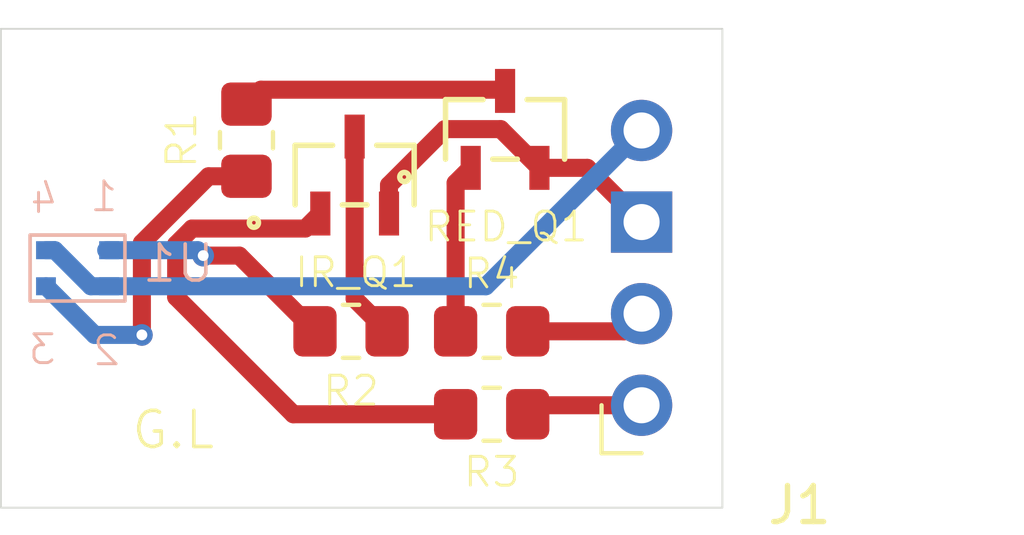
<source format=kicad_pcb>
(kicad_pcb (version 20240108) (generator "pcbnew") (generator_version "8.0")
  (layers (0 "F.Cu" signal) (31 "B.Cu" signal) (34 "B.Paste" user) (35 "F.Paste" user) (36 "B.SilkS" user "B.Silkscreen") (37 "F.SilkS" user "F.Silkscreen") (38 "B.Mask" user) (39 "F.Mask" user) (44 "Edge.Cuts" user))
  (net 0 "")
  (net 1 "Net-(J1-Pin_2)")
  (net 2 "GND")
  (net 3 "Net-(R2-Pad2)")
  (net 4 "Net-(J1-Pin_4)")
  (net 5 "Net-(J1-Pin_1)")
  (net 6 "Net-(U1-RED_cat)")
  (net 7 "Net-(IR_Q1-B)")
  (net 8 "Net-(IR_Q1-C)")
  (net 9 "Net-(RED_Q1-C)")
  (net 10 "Net-(RED_Q1-B)")
  (footprint "Resistor_SMD:R_0805_2012Metric_Pad1.20x1.40mm_HandSolder" (layer "F.Cu") (at 53.8 27.2)
    (property "Reference" "R4" (at 0 -1.6 0) (layer "F.SilkS") (effects (font (size 0.8 0.8) (thickness 0.08))))
    (property "Value" "1K")
    (fp_line (start -0.227064 -0.735) (end 0.227064 -0.735) (stroke (width 0.12)) (layer "F.SilkS"))
    (fp_line (start -0.227064 0.735) (end 0.227064 0.735) (stroke (width 0.12)) (layer "F.SilkS"))
    (pad "1" smd roundrect (at -1 0) (size 1.2 1.4) (layers "F.Cu" "F.Paste" "F.Mask") (roundrect_rratio 0.208333) (net 10 "Net-(RED_Q1-B)"))
    (pad "2" smd roundrect (at 1 0) (size 1.2 1.4) (layers "F.Cu" "F.Paste" "F.Mask") (roundrect_rratio 0.208333) (net 1 "Net-(J1-Pin_2)"))
  )
  (footprint "Connector_PinSocket_2.54mm:PinSocket_1x04_P2.54mm_Horizontal" (layer "F.Cu") (at 57.957 29.25 180)
    (property "Reference" "J1" (at -4.38 -2.77 180) (layer "F.SilkS"))
    (property "Value" "Conn_01x04_Pin")
    (fp_line (start 1.11 -1.33) (end 1.11 0) (stroke (width 0.12)) (layer "F.SilkS"))
    (fp_line (start 0 -1.33) (end 1.11 -1.33) (stroke (width 0.12)) (layer "F.SilkS"))
    (pad "1" thru_hole oval (at 0 0 180) (size 1.7 1.7) (drill 1) (layers "*.Cu" "*.Mask") (net 5 "Net-(J1-Pin_1)"))
    (pad "2" thru_hole oval (at 0 2.54 180) (size 1.7 1.7) (drill 1) (layers "*.Cu" "*.Mask") (net 1 "Net-(J1-Pin_2)"))
    (pad "3" thru_hole rect (at 0 5.08 180) (size 1.7 1.7) (drill 1) (layers "*.Cu" "*.Mask") (net 2 "GND"))
    (pad "4" thru_hole oval (at 0 7.62 180) (size 1.7 1.7) (drill 1) (layers "*.Cu" "*.Mask") (net 4 "Net-(J1-Pin_4)"))
  )
  (footprint "Resistor_SMD:R_0805_2012Metric_Pad1.20x1.40mm_HandSolder" (layer "F.Cu") (at 49.9 27.2 180)
    (property "Reference" "R2" (at 0 -1.65 180) (layer "F.SilkS") (effects (font (size 0.8 0.8) (thickness 0.08))))
    (property "Value" "165R")
    (fp_line (start -0.227064 0.735) (end 0.227064 0.735) (stroke (width 0.12)) (layer "F.SilkS"))
    (fp_line (start -0.227064 -0.735) (end 0.227064 -0.735) (stroke (width 0.12)) (layer "F.SilkS"))
    (pad "1" smd roundrect (at -1 0 180) (size 1.2 1.4) (layers "F.Cu" "F.Paste" "F.Mask") (roundrect_rratio 0.208333) (net 8 "Net-(IR_Q1-C)"))
    (pad "2" smd roundrect (at 1 0 180) (size 1.2 1.4) (layers "F.Cu" "F.Paste" "F.Mask") (roundrect_rratio 0.208333) (net 3 "Net-(R2-Pad2)"))
  )
  (footprint "footprints:MTR_MMBT2222A-TP_MCE" (layer "F.Cu") (at 50 22.8668)
    (property "Reference" "IR_Q1" (at 0.0335 2.7 0) (layer "F.SilkS") (effects (font (size 0.8 0.8) (thickness 0.08))))
    (property "Value" "MMBT2222A")
    (fp_line (start -1.651 -0.8255) (end -1.651 0.8255) (stroke (width 0.1524)) (layer "F.SilkS"))
    (fp_line (start -0.61214 -0.8255) (end -1.651 -0.8255) (stroke (width 0.1524)) (layer "F.SilkS"))
    (fp_line (start -0.34036 0.8255) (end 0.34036 0.8255) (stroke (width 0.1524)) (layer "F.SilkS"))
    (fp_line (start 1.651 -0.8255) (end 0.61214 -0.8255) (stroke (width 0.1524)) (layer "F.SilkS"))
    (fp_line (start 1.651 0.8255) (end 1.651 -0.8255) (stroke (width 0.1524)) (layer "F.SilkS"))
    (fp_circle (center -2.794 1.3208) (end -2.667 1.3208) (stroke (width 0.1524)) (fill none) (layer "F.SilkS"))
    (pad "1" smd rect (at -0.9525 1.0668) (size 0.5588 1.2192) (layers "F.Cu" "F.Paste" "F.Mask") (net 7 "Net-(IR_Q1-B)"))
    (pad "2" smd rect (at 0.9525 1.0668) (size 0.5588 1.2192) (layers "F.Cu" "F.Paste" "F.Mask") (net 2 "GND"))
    (pad "3" smd rect (at 0 -1.0668) (size 0.5588 1.2192) (layers "F.Cu" "F.Paste" "F.Mask") (net 8 "Net-(IR_Q1-C)"))
  )
  (footprint "footprints:MTR_MMBT2222A-TP_MCE" (layer "F.Cu") (at 54.1715 21.6)
    (property "Reference" "RED_Q1" (at 0.0285 2.7 0) (layer "F.SilkS") (effects (font (size 0.8 0.8) (thickness 0.08))))
    (property "Value" "MMBT2222A")
    (fp_line (start -1.651 -0.8255) (end -1.651 0.8255) (stroke (width 0.1524)) (layer "F.SilkS"))
    (fp_line (start -0.61214 -0.8255) (end -1.651 -0.8255) (stroke (width 0.1524)) (layer "F.SilkS"))
    (fp_line (start -0.34036 0.8255) (end 0.34036 0.8255) (stroke (width 0.1524)) (layer "F.SilkS"))
    (fp_line (start 1.651 -0.8255) (end 0.61214 -0.8255) (stroke (width 0.1524)) (layer "F.SilkS"))
    (fp_line (start 1.651 0.8255) (end 1.651 -0.8255) (stroke (width 0.1524)) (layer "F.SilkS"))
    (fp_circle (center -2.794 1.3208) (end -2.667 1.3208) (stroke (width 0.1524)) (fill none) (layer "F.SilkS"))
    (pad "1" smd rect (at -0.9525 1.0668) (size 0.5588 1.2192) (layers "F.Cu" "F.Paste" "F.Mask") (net 10 "Net-(RED_Q1-B)"))
    (pad "2" smd rect (at 0.9525 1.0668) (size 0.5588 1.2192) (layers "F.Cu" "F.Paste" "F.Mask") (net 2 "GND"))
    (pad "3" smd rect (at 0 -1.0668) (size 0.5588 1.2192) (layers "F.Cu" "F.Paste" "F.Mask") (net 9 "Net-(RED_Q1-C)"))
  )
  (footprint "Resistor_SMD:R_0805_2012Metric_Pad1.20x1.40mm_HandSolder" (layer "F.Cu") (at 47 21.9 -90)
    (property "Reference" "R1" (at 0 1.8 90) (layer "F.SilkS") (effects (font (size 0.8 0.8) (thickness 0.08))))
    (property "Value" "150R")
    (fp_line (start -0.227064 0.735) (end 0.227064 0.735) (stroke (width 0.12)) (layer "F.SilkS"))
    (fp_line (start -0.227064 -0.735) (end 0.227064 -0.735) (stroke (width 0.12)) (layer "F.SilkS"))
    (pad "1" smd roundrect (at -1 0 270) (size 1.2 1.4) (layers "F.Cu" "F.Paste" "F.Mask") (roundrect_rratio 0.208333) (net 9 "Net-(RED_Q1-C)"))
    (pad "2" smd roundrect (at 1 0 270) (size 1.2 1.4) (layers "F.Cu" "F.Paste" "F.Mask") (roundrect_rratio 0.208333) (net 6 "Net-(U1-RED_cat)"))
  )
  (footprint "Resistor_SMD:R_0805_2012Metric_Pad1.20x1.40mm_HandSolder" (layer "F.Cu") (at 53.8 29.5)
    (property "Reference" "R3" (at 0 1.6 0) (layer "F.SilkS") (effects (font (size 0.8 0.8) (thickness 0.08))))
    (property "Value" "1K")
    (fp_line (start -0.227064 -0.735) (end 0.227064 -0.735) (stroke (width 0.12)) (layer "F.SilkS"))
    (fp_line (start -0.227064 0.735) (end 0.227064 0.735) (stroke (width 0.12)) (layer "F.SilkS"))
    (pad "1" smd roundrect (at -1 0) (size 1.2 1.4) (layers "F.Cu" "F.Paste" "F.Mask") (roundrect_rratio 0.208333) (net 7 "Net-(IR_Q1-B)"))
    (pad "2" smd roundrect (at 1 0) (size 1.2 1.4) (layers "F.Cu" "F.Paste" "F.Mask") (roundrect_rratio 0.208333) (net 5 "Net-(J1-Pin_1)"))
  )
  (footprint "custon_library:vsmd" (layer "B.Cu") (at 43.28 25.01 180)
    (property "Reference" "U1" (at -1.83 -0.31 0) (layer "B.SilkS") (effects (font (thickness 0.1)) (justify mirror)))
    (property "Value" "~")
    (fp_rect (start 2.28 -1.35) (end -0.35 0.48) (stroke (width 0.1)) (fill none) (layer "B.SilkS"))
    (pad "1" smd rect (at 0.09 0.06 180) (size 0.55 0.5) (layers "B.Cu" "B.Paste" "B.Mask") (net 3 "Net-(R2-Pad2)"))
    (pad "2" smd rect (at 0.09 -0.94 180) (size 0.55 0.5) (layers "B.Cu" "B.Paste" "B.Mask") (net 4 "Net-(J1-Pin_4)"))
    (pad "3" smd rect (at 1.84 -0.94 180) (size 0.55 0.5) (layers "B.Cu" "B.Paste" "B.Mask") (net 6 "Net-(U1-RED_cat)"))
    (pad "4" smd rect (at 1.84 0.06 180) (size 0.55 0.5) (layers "B.Cu" "B.Paste" "B.Mask") (net 4 "Net-(J1-Pin_4)"))
  )
  (gr_rect (start 40.19 18.81) (end 60.198 32.09) (stroke (width 0.05)) (fill none) (layer "Edge.Cuts"))
  (gr_text "2" (at 43.55 28.2 0) (layer "B.SilkS") (effects (font (size 0.8 0.8) (thickness 0.08)) (justify left bottom mirror)))
  (gr_text "4" (at 41.82 23.98 0) (layer "B.SilkS") (effects (font (size 0.8 0.8) (thickness 0.08)) (justify left bottom mirror)))
  (gr_text "1" (at 43.48 23.93 0) (layer "B.SilkS") (effects (font (size 0.8 0.8) (thickness 0.08)) (justify left bottom mirror)))
  (gr_text "3" (at 41.77 28.17 0) (layer "B.SilkS") (effects (font (size 0.8 0.8) (thickness 0.08)) (justify left bottom mirror)))
  (gr_text "G.L\n" (at 43.76 30.52 0) (layer "F.SilkS") (effects (font (size 1 1) (thickness 0.1)) (justify left bottom)))
  (segment (start 57.467 27.2) (end 57.957 26.71) (width 0.5) (layer "F.Cu") (net 1))
  (segment (start 54.8 27.2) (end 57.467 27.2) (width 0.5) (layer "F.Cu") (net 1))
  (segment (start 56.4538 22.6668) (end 57.957 24.17) (width 0.5) (layer "F.Cu") (net 2))
  (segment (start 54.05 21.5928) (end 52.504 21.5928) (width 0.5) (layer "F.Cu") (net 2))
  (segment (start 50.9525 23.1443) (end 50.9525 23.9336) (width 0.5) (layer "F.Cu") (net 2))
  (segment (start 52.504 21.5928) (end 50.9525 23.1443) (width 0.5) (layer "F.Cu") (net 2))
  (segment (start 55.124 22.6668) (end 56.4538 22.6668) (width 0.5) (layer "F.Cu") (net 2))
  (segment (start 55.124 22.6668) (end 54.05 21.5928) (width 0.5) (layer "F.Cu") (net 2))
  (segment (start 45.8 25.1) (end 46.8 25.1) (width 0.5) (layer "F.Cu") (net 3))
  (segment (start 46.8 25.1) (end 48.9 27.2) (width 0.5) (layer "F.Cu") (net 3))
  (via (at 45.8 25.1) (size 0.6) (drill 0.3) (layers "F.Cu" "B.Cu") (net 3))
  (segment (start 45.65 24.95) (end 43.11 24.95) (width 0.5) (layer "B.Cu") (net 3))
  (segment (start 45.8 25.1) (end 45.65 24.95) (width 0.5) (layer "B.Cu") (net 3))
  (segment (start 53.637 25.95) (end 57.957 21.63) (width 0.5) (layer "B.Cu") (net 4))
  (segment (start 41.44 24.95) (end 41.685 24.95) (width 0.5) (layer "B.Cu") (net 4))
  (segment (start 42.685 25.95) (end 53.637 25.95) (width 0.5) (layer "B.Cu") (net 4))
  (segment (start 41.685 24.95) (end 42.685 25.95) (width 0.5) (layer "B.Cu") (net 4))
  (segment (start 55.05 29.25) (end 54.8 29.5) (width 0.5) (layer "F.Cu") (net 5))
  (segment (start 57.957 29.25) (end 55.05 29.25) (width 0.5) (layer "F.Cu") (net 5))
  (segment (start 47 22.9) (end 45.949389 22.9) (width 0.5) (layer "F.Cu") (net 6))
  (segment (start 45.949389 22.9) (end 44.1 24.749389) (width 0.5) (layer "F.Cu") (net 6))
  (segment (start 44.1 24.749389) (end 44.1 27.3) (width 0.5) (layer "F.Cu") (net 6))
  (via (at 44.1 27.3) (size 0.6) (drill 0.3) (layers "F.Cu" "B.Cu") (net 6))
  (segment (start 44.1 27.3) (end 42.79 27.3) (width 0.5) (layer "B.Cu") (net 6))
  (segment (start 42.79 27.3) (end 41.44 25.95) (width 0.5) (layer "B.Cu") (net 6))
  (segment (start 45.05 26.25) (end 48.3 29.5) (width 0.5) (layer "F.Cu") (net 7))
  (segment (start 45.05 24.789339) (end 45.05 26.25) (width 0.5) (layer "F.Cu") (net 7))
  (segment (start 45.489339 24.35) (end 45.05 24.789339) (width 0.5) (layer "F.Cu") (net 7))
  (segment (start 48.6311 24.35) (end 45.489339 24.35) (width 0.5) (layer "F.Cu") (net 7))
  (segment (start 49.0475 23.9336) (end 48.6311 24.35) (width 0.5) (layer "F.Cu") (net 7))
  (segment (start 48.3 29.5) (end 52.8 29.5) (width 0.5) (layer "F.Cu") (net 7))
  (segment (start 50 26.3) (end 50 21.8) (width 0.5) (layer "F.Cu") (net 8))
  (segment (start 50.9 27.2) (end 50 26.3) (width 0.5) (layer "F.Cu") (net 8))
  (segment (start 47.4 20.5) (end 47 20.9) (width 0.5) (layer "F.Cu") (net 9))
  (segment (start 54.1383 20.5) (end 47.4 20.5) (width 0.5) (layer "F.Cu") (net 9))
  (segment (start 54.1715 20.5332) (end 54.1383 20.5) (width 0.5) (layer "F.Cu") (net 9))
  (segment (start 52.8 27.2) (end 52.8 23.0858) (width 0.5) (layer "F.Cu") (net 10))
  (segment (start 52.8 23.0858) (end 53.219 22.6668) (width 0.5) (layer "F.Cu") (net 10))
)
</source>
